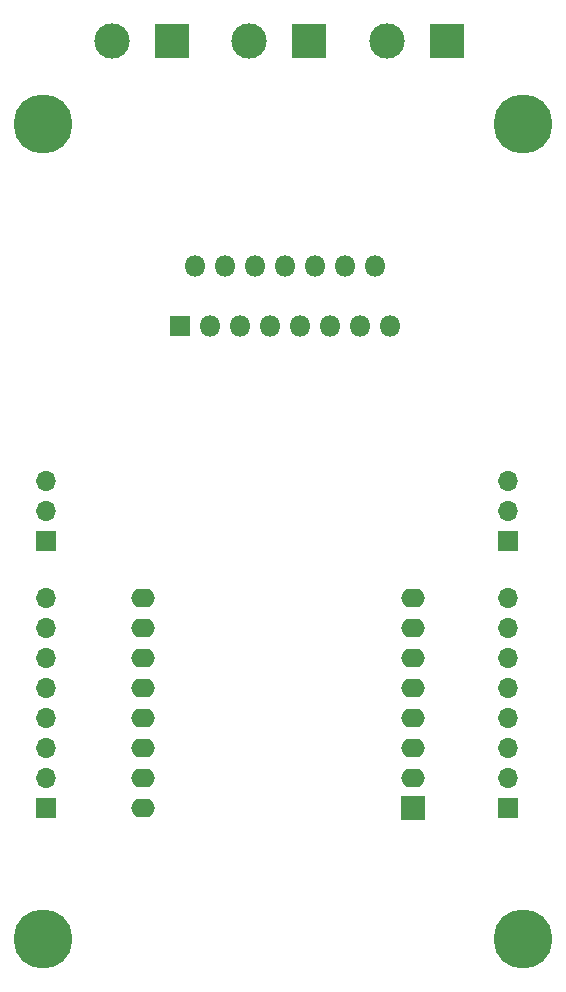
<source format=gbs>
%TF.GenerationSoftware,KiCad,Pcbnew,9.0.5*%
%TF.CreationDate,2025-11-06T15:34:49+07:00*%
%TF.ProjectId,WirelessMD,57697265-6c65-4737-934d-442e6b696361,rev?*%
%TF.SameCoordinates,Original*%
%TF.FileFunction,Soldermask,Bot*%
%TF.FilePolarity,Negative*%
%FSLAX46Y46*%
G04 Gerber Fmt 4.6, Leading zero omitted, Abs format (unit mm)*
G04 Created by KiCad (PCBNEW 9.0.5) date 2025-11-06 15:34:49*
%MOMM*%
%LPD*%
G01*
G04 APERTURE LIST*
%ADD10R,1.700000X1.700000*%
%ADD11O,1.700000X1.700000*%
%ADD12R,3.000000X3.000000*%
%ADD13C,3.000000*%
%ADD14R,2.000000X2.000000*%
%ADD15O,2.000000X1.600000*%
%ADD16R,1.800000X1.800000*%
%ADD17O,1.800000X1.800000*%
%ADD18C,0.800000*%
%ADD19C,5.000000*%
G04 APERTURE END LIST*
D10*
%TO.C,J11*%
X93980000Y-116063000D03*
D11*
X93980000Y-113523000D03*
X93980000Y-110983000D03*
X93980000Y-108443000D03*
X93980000Y-105903000D03*
X93980000Y-103363000D03*
X93980000Y-100823000D03*
X93980000Y-98283000D03*
%TD*%
D12*
%TO.C,J13*%
X116205000Y-51181000D03*
D13*
X111125000Y-51181000D03*
%TD*%
D14*
%TO.C,U4*%
X124991000Y-116078000D03*
D15*
X124991000Y-113538000D03*
X124991000Y-110998000D03*
X124991000Y-108458000D03*
X124991000Y-105918000D03*
X124991000Y-103378000D03*
X124991000Y-100838000D03*
X124991000Y-98298000D03*
X102131000Y-98298000D03*
X102131000Y-100838000D03*
X102131000Y-103378000D03*
X102131000Y-105918000D03*
X102131000Y-108458000D03*
X102131000Y-110998000D03*
X102131000Y-113538000D03*
X102131000Y-116078000D03*
%TD*%
D16*
%TO.C,U2*%
X105325000Y-75309000D03*
D17*
X106595000Y-70229000D03*
X107865000Y-75309000D03*
X109135000Y-70229000D03*
X110405000Y-75309000D03*
X111675000Y-70229000D03*
X112945000Y-75309000D03*
X114215000Y-70229000D03*
X115485000Y-75309000D03*
X116755000Y-70229000D03*
X118025000Y-75309000D03*
X119295000Y-70229000D03*
X120565000Y-75309000D03*
X121835000Y-70229000D03*
X123105000Y-75309000D03*
%TD*%
D18*
%TO.C,REF\u002A\u002A*%
X132491000Y-58166000D03*
X133040175Y-56840175D03*
X133040175Y-59491825D03*
X134366000Y-56291000D03*
D19*
X134366000Y-58166000D03*
D18*
X134366000Y-60041000D03*
X135691825Y-56840175D03*
X135691825Y-59491825D03*
X136241000Y-58166000D03*
%TD*%
%TO.C,REF\u002A\u002A*%
X132491000Y-127182825D03*
X133040175Y-125857000D03*
X133040175Y-128508650D03*
X134366000Y-125307825D03*
D19*
X134366000Y-127182825D03*
D18*
X134366000Y-129057825D03*
X135691825Y-125857000D03*
X135691825Y-128508650D03*
X136241000Y-127182825D03*
%TD*%
%TO.C,REF\u002A\u002A*%
X91821000Y-127182825D03*
X92370175Y-125857000D03*
X92370175Y-128508650D03*
X93696000Y-125307825D03*
D19*
X93696000Y-127182825D03*
D18*
X93696000Y-129057825D03*
X95021825Y-125857000D03*
X95021825Y-128508650D03*
X95571000Y-127182825D03*
%TD*%
D10*
%TO.C,J8*%
X133096000Y-116078000D03*
D11*
X133096000Y-113538000D03*
X133096000Y-110998000D03*
X133096000Y-108458000D03*
X133096000Y-105918000D03*
X133096000Y-103378000D03*
X133096000Y-100838000D03*
X133096000Y-98298000D03*
%TD*%
D10*
%TO.C,J4*%
X133096000Y-93472000D03*
D11*
X133096000Y-90932000D03*
X133096000Y-88392000D03*
%TD*%
D10*
%TO.C,J3*%
X93980000Y-93472000D03*
D11*
X93980000Y-90932000D03*
X93980000Y-88392000D03*
%TD*%
D12*
%TO.C,J7*%
X127889000Y-51181000D03*
D13*
X122809000Y-51181000D03*
%TD*%
D18*
%TO.C,REF\u002A\u002A*%
X91851000Y-58166000D03*
X92400175Y-56840175D03*
X92400175Y-59491825D03*
X93726000Y-56291000D03*
D19*
X93726000Y-58166000D03*
D18*
X93726000Y-60041000D03*
X95051825Y-56840175D03*
X95051825Y-59491825D03*
X95601000Y-58166000D03*
%TD*%
D12*
%TO.C,J6*%
X104648000Y-51181000D03*
D13*
X99568000Y-51181000D03*
%TD*%
M02*

</source>
